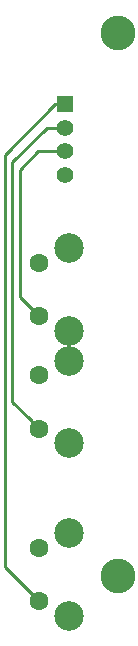
<source format=gtl>
G04 #@! TF.FileFunction,Copper,L1,Top,Signal*
%FSLAX46Y46*%
G04 Gerber Fmt 4.6, Leading zero omitted, Abs format (unit mm)*
G04 Created by KiCad (PCBNEW (2015-04-03 BZR 5570)-product) date Sun Apr 12 09:32:45 2015*
%MOMM*%
G01*
G04 APERTURE LIST*
%ADD10C,0.150000*%
%ADD11C,1.600000*%
%ADD12C,2.500000*%
%ADD13R,1.400000X1.400000*%
%ADD14C,1.400000*%
%ADD15C,2.946400*%
%ADD16C,0.254000*%
%ADD17C,0.350000*%
G04 APERTURE END LIST*
D10*
D11*
X126085600Y-130465000D03*
X126085600Y-134965000D03*
D12*
X128585600Y-129215000D03*
X128585600Y-136215000D03*
D11*
X126085600Y-115860000D03*
X126085600Y-120360000D03*
D12*
X128585600Y-114610000D03*
X128585600Y-121610000D03*
D11*
X126085600Y-106335000D03*
X126085600Y-110835000D03*
D12*
X128585600Y-105085000D03*
X128585600Y-112085000D03*
D13*
X128270000Y-92885000D03*
D14*
X128270000Y-94885000D03*
X128270000Y-96885000D03*
X128270000Y-98885000D03*
D15*
X132765800Y-86842600D03*
X132765800Y-132867400D03*
D16*
X125285601Y-134165001D02*
X126085600Y-134965000D01*
X123190000Y-97155000D02*
X123190000Y-132069400D01*
X123190000Y-132069400D02*
X125285601Y-134165001D01*
X127460000Y-92885000D02*
X123190000Y-97155000D01*
X128270000Y-92885000D02*
X127460000Y-92885000D01*
X126730000Y-94885000D02*
X123825000Y-97790000D01*
X123825000Y-97790000D02*
X123825000Y-118099400D01*
X123825000Y-118099400D02*
X125285601Y-119560001D01*
X128270000Y-94885000D02*
X126730000Y-94885000D01*
X125285601Y-119560001D02*
X126085600Y-120360000D01*
X128270000Y-96885000D02*
X126000000Y-96885000D01*
X126000000Y-96885000D02*
X124460000Y-98425000D01*
X124460000Y-98425000D02*
X124460000Y-109209400D01*
X124460000Y-109209400D02*
X125285601Y-110035001D01*
X125285601Y-110035001D02*
X126085600Y-110835000D01*
D17*
X126085600Y-130465000D03*
X126085600Y-134965000D03*
X128585600Y-129215000D03*
X128585600Y-136215000D03*
X126085600Y-115860000D03*
X126085600Y-120360000D03*
X128585600Y-114610000D03*
X128585600Y-121610000D03*
X126085600Y-106335000D03*
X126085600Y-110835000D03*
X128585600Y-105085000D03*
X128585600Y-112085000D03*
X128270000Y-92885000D03*
X128270000Y-94885000D03*
X128270000Y-96885000D03*
X128270000Y-98885000D03*
X132765800Y-86842600D03*
X132765800Y-132867400D03*
M02*

</source>
